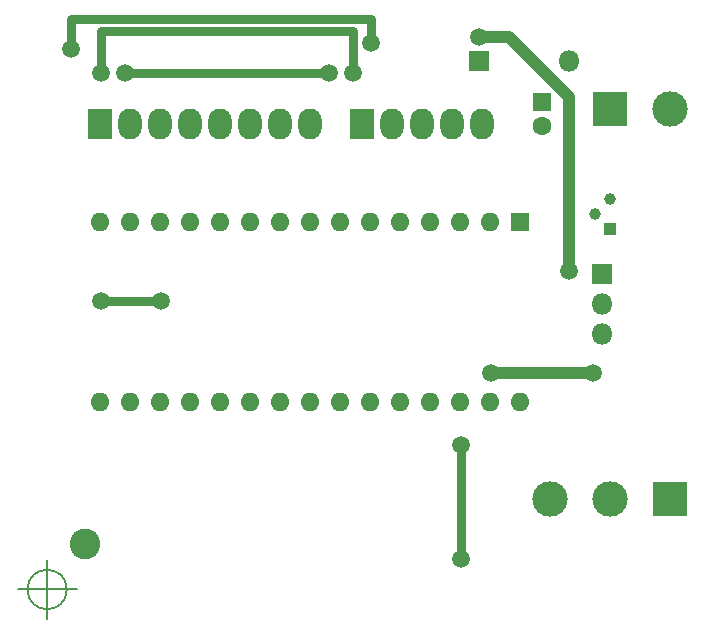
<source format=gbr>
G04 #@! TF.FileFunction,Copper,L1,Top,Signal*
%FSLAX46Y46*%
G04 Gerber Fmt 4.6, Leading zero omitted, Abs format (unit mm)*
G04 Created by KiCad (PCBNEW 4.0.7) date 06/02/18 17:24:57*
%MOMM*%
%LPD*%
G01*
G04 APERTURE LIST*
%ADD10C,0.100000*%
%ADD11C,0.150000*%
%ADD12R,1.600000X1.600000*%
%ADD13O,1.600000X1.600000*%
%ADD14R,3.000000X3.000000*%
%ADD15C,3.000000*%
%ADD16C,1.000000*%
%ADD17R,1.000000X1.000000*%
%ADD18R,1.800000X1.800000*%
%ADD19O,1.800000X1.800000*%
%ADD20C,1.600000*%
%ADD21R,2.000000X2.600000*%
%ADD22O,2.000000X2.600000*%
%ADD23C,2.600000*%
%ADD24C,1.500000*%
%ADD25C,0.750000*%
%ADD26C,1.000000*%
G04 APERTURE END LIST*
D10*
D11*
X1666666Y0D02*
G75*
G03X1666666Y0I-1666666J0D01*
G01*
X-2500000Y0D02*
X2500000Y0D01*
X0Y2500000D02*
X0Y-2500000D01*
D12*
X40005000Y31115000D03*
D13*
X6985000Y15875000D03*
X37465000Y31115000D03*
X9525000Y15875000D03*
X34925000Y31115000D03*
X12065000Y15875000D03*
X32385000Y31115000D03*
X14605000Y15875000D03*
X29845000Y31115000D03*
X17145000Y15875000D03*
X27305000Y31115000D03*
X19685000Y15875000D03*
X24765000Y31115000D03*
X22225000Y15875000D03*
X22225000Y31115000D03*
X24765000Y15875000D03*
X19685000Y31115000D03*
X27305000Y15875000D03*
X17145000Y31115000D03*
X29845000Y15875000D03*
X14605000Y31115000D03*
X32385000Y15875000D03*
X12065000Y31115000D03*
X34925000Y15875000D03*
X9525000Y31115000D03*
X37465000Y15875000D03*
X6985000Y31115000D03*
X40005000Y15875000D03*
X4445000Y31115000D03*
X4445000Y15875000D03*
D14*
X47625000Y40640000D03*
D15*
X52705000Y40640000D03*
D16*
X46355000Y31750000D03*
X47625000Y33020000D03*
D17*
X47625000Y30480000D03*
D18*
X46990000Y26670000D03*
D19*
X46990000Y24130000D03*
X46990000Y21590000D03*
D12*
X41910000Y41275000D03*
D20*
X41910000Y39275000D03*
D18*
X36576000Y44704000D03*
D19*
X44196000Y44704000D03*
D14*
X52705000Y7620000D03*
D15*
X47625000Y7620000D03*
X42545000Y7620000D03*
D21*
X26670000Y39370000D03*
D22*
X29210000Y39370000D03*
X31750000Y39370000D03*
X34290000Y39370000D03*
X36830000Y39370000D03*
D21*
X4445000Y39370000D03*
D22*
X6985000Y39370000D03*
X9525000Y39370000D03*
X12065000Y39370000D03*
X14605000Y39370000D03*
X17145000Y39370000D03*
X19685000Y39370000D03*
X22225000Y39370000D03*
D23*
X3175000Y3810000D03*
D24*
X4572000Y43688000D03*
X25908000Y43688000D03*
X2032000Y45720000D03*
X27432000Y46228000D03*
X6604000Y43688000D03*
X23876000Y43688000D03*
X46228000Y18288000D03*
X37592000Y18288000D03*
X9652000Y24384000D03*
X4572000Y24384000D03*
X35052000Y12192000D03*
X35052000Y2540000D03*
X36576000Y46736000D03*
X44196000Y26924000D03*
D25*
X4572000Y43688000D02*
X4572000Y47244000D01*
X4572000Y47244000D02*
X25908000Y47244000D01*
X25908000Y47244000D02*
X25908000Y43688000D01*
X2032000Y45720000D02*
X2032000Y48260000D01*
X2032000Y48260000D02*
X27432000Y48260000D01*
X27432000Y48260000D02*
X27432000Y46228000D01*
X6604000Y43688000D02*
X23876000Y43688000D01*
D26*
X46228000Y18288000D02*
X37592000Y18288000D01*
D25*
X9652000Y24384000D02*
X4572000Y24384000D01*
X35052000Y12192000D02*
X35052000Y2540000D01*
D26*
X36576000Y46736000D02*
X39116000Y46736000D01*
X39116000Y46736000D02*
X44196000Y41656000D01*
X44196000Y41656000D02*
X44196000Y26924000D01*
M02*

</source>
